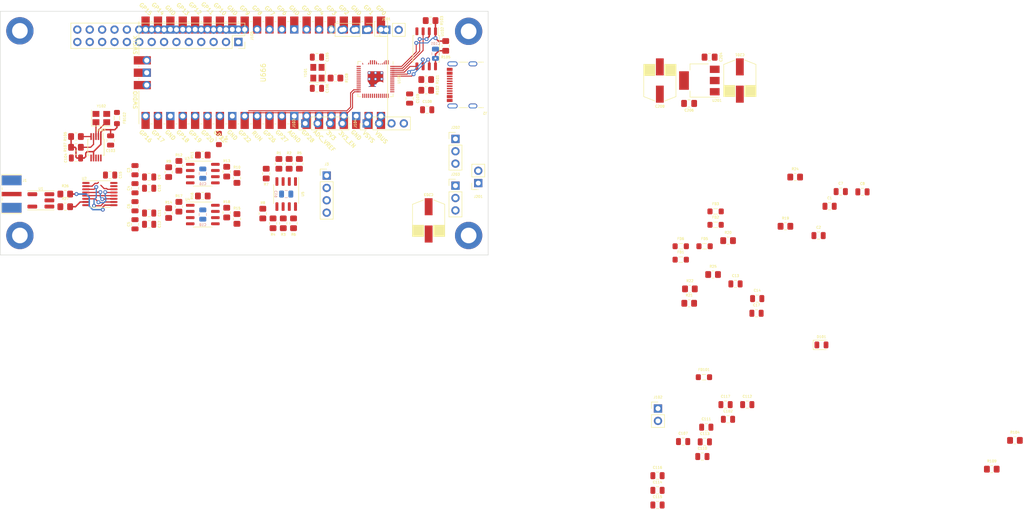
<source format=kicad_pcb>
(kicad_pcb (version 20211014) (generator pcbnew)
  (layers (0 "F.Cu" signal) (31 "B.Cu" signal) (36 "B.SilkS" user "B.Silkscreen") (37 "F.SilkS" user "F.Silkscreen") (38 "B.Mask" user) (39 "F.Mask" user) (44 "Edge.Cuts" user))
  (net 0 "")
  (net 1 "Net-(C1-Pad1)")
  (net 2 "/OUT_I")
  (net 3 "/QSD_BIAS")
  (net 4 "GND")
  (net 5 "/RAW_0")
  (net 6 "/RAW_90")
  (net 7 "/RAW_180")
  (net 8 "/RAW_270")
  (net 9 "Net-(C15-Pad1)")
  (net 10 "Net-(C9-Pad2)")
  (net 11 "Net-(C10-Pad2)")
  (net 12 "Net-(C11-Pad2)")
  (net 13 "Net-(C12-Pad2)")
  (net 14 "/OPAMP_BIAS")
  (net 15 "Net-(R25-Pad1)")
  (net 16 "Net-(U3-Pad8)")
  (net 17 "Net-(R6-Pad2)")
  (net 18 "/OUT_Q")
  (net 19 "Net-(U4-Pad8)")
  (net 20 "Net-(U5-Pad8)")
  (net 21 "VCC_3V3")
  (net 22 "Net-(U101-Pad26)")
  (net 23 "Net-(C104-Pad1)")
  (net 24 "Net-(U101-Pad20)")
  (net 25 "Net-(Y101-Pad1)")
  (net 26 "/control_board/RP2040_1V1")
  (net 27 "/control_board/RP2040_ANALOG_3V3")
  (net 28 "VCC_ANALOG")
  (net 29 "Net-(D101-Pad1)")
  (net 30 "Net-(U101-Pad37)")
  (net 31 "Net-(R20-Pad1)")
  (net 32 "Net-(J1-Pad1)")
  (net 33 "USB_5V")
  (net 34 "Net-(J2-PadA5)")
  (net 35 "/USB_D+")
  (net 36 "/USB_D-")
  (net 38 "Net-(J2-PadB5)")
  (net 40 "Net-(J101-Pad1)")
  (net 41 "Net-(U101-Pad24)")
  (net 42 "Net-(U101-Pad25)")
  (net 43 "/control_board/ADC_0")
  (net 44 "/control_board/ADC_1")
  (net 45 "/control_board/ADC_2")
  (net 46 "/control_board/ADC_3")
  (net 47 "/control_board/GPIO2")
  (net 48 "/control_board/GPIO3")
  (net 49 "/control_board/GPIO4")
  (net 50 "/control_board/GPIO5")
  (net 51 "/control_board/GPIO6")
  (net 52 "/control_board/GPIO7")
  (net 53 "/control_board/GPIO8")
  (net 54 "/control_board/GPIO9")
  (net 55 "/control_board/GPIO10")
  (net 56 "/control_board/GPIO11")
  (net 57 "/control_board/GPIO12")
  (net 58 "/control_board/GPIO13")
  (net 59 "/control_board/GPIO14")
  (net 60 "/control_board/GPIO15")
  (net 61 "/control_board/GPIO16")
  (net 62 "/control_board/GPIO17")
  (net 63 "/control_board/GPIO18")
  (net 64 "/control_board/GPIO19")
  (net 65 "/control_board/GPIO20")
  (net 66 "/control_board/GPIO21")
  (net 67 "/control_board/GPIO22")
  (net 68 "/control_board/GPIO23")
  (net 69 "/control_board/GPIO24")
  (net 70 "ANALOG_VCC")
  (net 71 "/control_board/UART0_TX")
  (net 72 "/control_board/UART0_RX")
  (net 73 "/power/ANALOG_AUX")
  (net 74 "/0")
  (net 75 "Net-(R1-Pad2)")
  (net 76 "/180")
  (net 77 "Net-(R2-Pad2)")
  (net 78 "/270")
  (net 79 "Net-(R3-Pad2)")
  (net 80 "/90")
  (net 81 "Net-(R4-Pad2)")
  (net 82 "Net-(R11-Pad1)")
  (net 83 "Net-(R11-Pad2)")
  (net 84 "Net-(R16-Pad1)")
  (net 85 "Net-(R16-Pad2)")
  (net 86 "Net-(R26-Pad1)")
  (net 87 "Net-(R26-Pad2)")
  (net 88 "Net-(R27-Pad1)")
  (net 89 "Net-(R27-Pad2)")
  (net 90 "Net-(R101-Pad1)")
  (net 91 "Net-(R102-Pad1)")
  (net 92 "QSD_CLK_S1")
  (net 93 "QSD_CLK_S0")
  (net 94 "/control_board/QSPI_SS")
  (net 95 "/control_board/QSPI_SD1")
  (net 96 "/control_board/QSPI_SD2")
  (net 97 "/control_board/QSPI_SD0")
  (net 98 "/control_board/QSPI_SCLK")
  (net 99 "/control_board/QSPI_SD3")
  (net 100 "Net-(U101-Pad21)")
  (net 101 "Net-(U103-Pad2)")
  (net 102 "Net-(U103-Pad3)")
  (net 103 "/control_board/CLK_2")
  (net 147 "Net-(C201-Pad1)")
  (footprint "Resistor_SMD:R_0805_2012Metric_Pad1.20x1.40mm_HandSolder" (layer "F.Cu") (at 116.3 30.1 90)
    (fp_text reference "R105")
    (fp_text value "DNP")
  )
  (footprint "Capacitor_SMD:C_0805_2012Metric" (layer "F.Cu") (at 55.5 64.4)
    (fp_text reference "C11")
    (fp_text value "1u")
  )
  (footprint "Resistor_SMD:R_0805_2012Metric_Pad1.20x1.40mm_HandSolder" (layer "F.Cu") (at 82.1 54.3 -90)
    (fp_text reference "R1")
    (fp_text value "2.2k")
  )
  (footprint "Capacitor_SMD:C_0805_2012Metric" (layer "F.Cu") (at 55.5 66.7)
    (fp_text reference "C12")
    (fp_text value "1u")
  )
  (footprint "Crystal:Crystal_SMD_3225-4Pin_3.2x2.5mm" (layer "F.Cu") (at 45.7 44.9)
    (fp_text reference "Y102")
    (fp_text value "MCSJK-7U-27.00-10-10-60-B-10")
  )
  (footprint "Inductor_SMD:L_0805_2012Metric_Pad1.05x1.20mm_HandSolder" (layer "F.Cu") (at 169.24 98.08)
    (fp_text reference "FB101")
    (fp_text value "1000")
  )
  (footprint "parts:865080443007" (layer "F.Cu") (at 160.2 37.2 -90)
    (fp_text reference "C208")
    (fp_text value "865080443007" hide)
  )
  (footprint "Diode_SMD:D_0805_2012Metric" (layer "F.Cu") (at 193.33 91.455)
    (fp_text reference "D101")
    (fp_text value "LED_RED")
  )
  (footprint "Resistor_SMD:R_0805_2012Metric_Pad1.20x1.40mm_HandSolder" (layer "F.Cu") (at 59.5 56 90)
    (fp_text reference "R9")
    (fp_text value "10k")
  )
  (footprint "Package_SO:SO-8_3.9x4.9mm_P1.27mm" (layer "F.Cu") (at 66.5 64.7)
    (fp_text reference "U4")
    (fp_text value "LM4562")
  )
  (footprint "Resistor_SMD:R_0805_2012Metric_Pad1.20x1.40mm_HandSolder" (layer "F.Cu") (at 73.5 65.6 -90)
    (fp_text reference "R15")
    (fp_text value "10k")
  )
  (footprint "Capacitor_SMD:C_0805_2012Metric" (layer "F.Cu") (at 164.97 111.29)
    (fp_text reference "C107")
    (fp_text value "100n")
  )
  (footprint "Resistor_SMD:R_0805_2012Metric_Pad1.20x1.40mm_HandSolder" (layer "F.Cu") (at 166.22 82.91)
    (fp_text reference "R21")
    (fp_text value "5.1k")
  )
  (footprint "Connector_PinHeader_2.54mm:PinHeader_1x04_P2.54mm_Vertical" (layer "F.Cu") (at 91.9 56.7)
    (fp_text reference "J3")
    (fp_text value "Conn_01x04")
  )
  (footprint "Capacitor_SMD:C_0805_2012Metric" (layer "F.Cu") (at 174.17 106.72)
    (fp_text reference "C102")
    (fp_text value "1n")
  )
  (footprint "Resistor_SMD:R_0805_2012Metric_Pad1.20x1.40mm_HandSolder" (layer "F.Cu") (at 66.5 60.9 180)
    (fp_text reference "R16")
    (fp_text value "150")
  )
  (footprint "Resistor_SMD:R_0805_2012Metric_Pad1.20x1.40mm_HandSolder" (layer "F.Cu") (at 61.6 63.1 90)
    (fp_text reference "R17")
    (fp_text value "2.2k")
  )
  (footprint "Capacitor_SMD:C_0805_2012Metric" (layer "F.Cu") (at 108.9 40.9 -90)
    (fp_text reference "C109")
    (fp_text value "1u")
  )
  (footprint "Capacitor_SMD:C_0805_2012Metric_Pad1.18x1.45mm_HandSolder" (layer "F.Cu") (at 170.4 32.4 180)
    (fp_text reference "C204")
    (fp_text value "100n")
  )
  (footprint "Resistor_SMD:R_0805_2012Metric_Pad1.20x1.40mm_HandSolder" (layer "F.Cu") (at 86.3 54.3 90)
    (fp_text reference "R5")
    (fp_text value "2.2k")
  )
  (footprint "Resistor_SMD:R_0805_2012Metric_Pad1.20x1.40mm_HandSolder" (layer "F.Cu") (at 71.4 55.9 90)
    (fp_text reference "R13")
    (fp_text value "2.2k")
  )
  (footprint "Capacitor_SMD:C_0805_2012Metric" (layer "F.Cu") (at 159.72 124.31)
    (fp_text reference "C115")
    (fp_text value "100n")
  )
  (footprint "Resistor_SMD:R_0805_2012Metric_Pad1.20x1.40mm_HandSolder" (layer "F.Cu") (at 78.8 64.5 90)
    (fp_text reference "R8")
    (fp_text value "2.2k")
  )
  (footprint "Capacitor_SMD:C_0805_2012Metric" (layer "F.Cu") (at 195 63)
    (fp_text reference "C1")
    (fp_text value "1u")
  )
  (footprint "Resistor_SMD:R_0805_2012Metric_Pad1.20x1.40mm_HandSolder" (layer "F.Cu") (at 228.25 116.95)
    (fp_text reference "R109")
    (fp_text value "1K")
  )
  (footprint "Package_SO:SOIC-8_5.23x5.23mm_P1.27mm" (layer "F.Cu") (at 112.3 30.7 -90)
    (fp_text reference "U102")
    (fp_text value "W25Q128JVS")
  )
  (footprint "Capacitor_SMD:C_0805_2012Metric" (layer "F.Cu") (at 47.6 49.5 -90)
    (fp_text reference "C103")
    (fp_text value "1u")
  )
  (footprint "Resistor_SMD:R_0805_2012Metric_Pad1.20x1.40mm_HandSolder" (layer "F.Cu") (at 38.3 60.5)
    (fp_text reference "R26")
    (fp_text value "82")
  )
  (footprint "Resistor_SMD:R_0805_2012Metric_Pad1.20x1.40mm_HandSolder" (layer "F.Cu") (at 166.36 79.96)
    (fp_text reference "R22")
    (fp_text value "5.1k")
  )
  (footprint "MCU_RaspberryPi_and_Boards:RP2040-QFN-56" (layer "F.Cu") (at 101.9 36.9 -90)
    (fp_text reference "U101")
    (fp_text value "RP2040")
  )
  (footprint "Inductor_SMD:L_0805_2012Metric_Pad1.05x1.20mm_HandSolder" (layer "F.Cu") (at 171.63 66.81)
    (fp_text reference "FB2")
    (fp_text value "1000")
  )
  (footprint "Capacitor_SMD:C_0805_2012Metric" (layer "F.Cu") (at 197.29 59.99)
    (fp_text reference "C7")
    (fp_text value "4.7u")
  )
  (footprint "Connector_PinHeader_2.54mm:PinHeader_1x04_P2.54mm_Vertical" (layer "F.Cu") (at 100.1 46 90)
    (fp_text reference "J104")
    (fp_text value "Conn_01x04")
  )
  (footprint "Capacitor_SMD:C_0805_2012Metric" (layer "F.Cu") (at 173.67 103.71)
    (fp_text reference "C117")
    (fp_text value "1u")
  )
  (footprint "Resistor_SMD:R_0805_2012Metric_Pad1.20x1.40mm_HandSolder" (layer "F.Cu") (at 187.94 57.01)
    (fp_text reference "R24")
    (fp_text value "2.2k")
  )
  (footprint "Resistor_SMD:R_0805_2012Metric_Pad1.20x1.40mm_HandSolder" (layer "F.Cu") (at 66.5 52.5 180)
    (fp_text reference "R11")
    (fp_text value "150")
  )
  (footprint "Resistor_SMD:R_0805_2012Metric_Pad1.20x1.40mm_HandSolder" (layer "F.Cu") (at 113.2 24.9)
    (fp_text reference "R103")
    (fp_text value "1K")
  )
  (footprint "parts:865080445010" (layer "F.Cu") (at 176.6 37.2 90)
    (fp_text reference "C201")
    (fp_text value "865080445010" hide)
  )
  (footprint "Connector_PinHeader_2.54mm:PinHeader_1x04_P2.54mm_Vertical" (layer "F.Cu") (at 87.5 46 90)
    (fp_text reference "J103")
    (fp_text value "Conn_01x04")
  )
  (footprint "Connector_PinHeader_2.54mm:PinHeader_1x03_P2.54mm_Vertical" (layer "F.Cu") (at 118.3 58.775)
    (fp_text reference "J203")
    (fp_text value "Conn_01x03")
  )
  (footprint "MCU_RaspberryPi_and_Boards:RPi_Pico_SMD_TH" (layer "F.Cu") (at 78.9 35.6 -90)
    (fp_text reference "U666")
    (fp_text value "Pico")
  )
  (footprint "Capacitor_SMD:C_0805_2012Metric" (layer "F.Cu") (at 55.5 57)
    (fp_text reference "C9")
    (fp_text value "1u")
  )
  (footprint "Connector_PinSocket_2.54mm:PinSocket_2x14_P2.54mm_Vertical" (layer "F.Cu") (at 73.8 29.29 -90)
    (fp_text reference "J105")
    (fp_text value "Conn_02x14_Odd_Even")
  )
  (footprint "Resistor_SMD:R_0805_2012Metric_Pad1.20x1.40mm_HandSolder" (layer "F.Cu") (at 85.1 66.5 90)
    (fp_text reference "R6")
    (fp_text value "2.2k")
  )
  (footprint "Connector_USB:USB_C_Receptacle_GCT_USB4105-xx-A_16P_TopMnt_Horizontal" (layer "F.Cu") (at 120.8 38.1 90)
    (fp_text reference "J2")
    (fp_text value "USB_C_Receptacle_USB2.0")
  )
  (footprint "Resistor_SMD:R_0805_2012Metric_Pad1.20x1.40mm_HandSolder" (layer "F.Cu") (at 171.11 77.01)
    (fp_text reference "R25")
    (fp_text value "2.2k")
  )
  (footprint "Capacitor_SMD:C_0805_2012Metric" (layer "F.Cu") (at 52.6 55.6 90)
    (fp_text reference "C3")
    (fp_text value "100n")
  )
  (footprint "Capacitor_SMD:C_0805_2012Metric" (layer "F.Cu") (at 178.12 103.71)
    (fp_text reference "C112")
    (fp_text value "100n")
  )
  (footprint "Resistor_SMD:R_0805_2012Metric_Pad1.20x1.40mm_HandSolder" (layer "F.Cu") (at 61.6 54.7 90)
    (fp_text reference "R12")
    (fp_text value "2.2k")
  )
  (footprint "Capacitor_SMD:C_0805_2012Metric" (layer "F.Cu") (at 89.9 38.8 180)
    (fp_text reference "C106")
    (fp_text value "27p")
  )
  (footprint "Capacitor_SMD:C_0805_2012Metric" (layer "F.Cu") (at 52.6 63 -90)
    (fp_text reference "C6")
    (fp_text value "100n")
  )
  (footprint "Connector_PinHeader_2.54mm:PinHeader_1x03_P2.54mm_Vertical" (layer "F.Cu") (at 100.025 26.8 -90)
    (fp_text reference "J106")
    (fp_text value "Conn_01x03")
  )
  (footprint "Connector_PinSocket_2.54mm:PinSocket_1x02_P2.54mm_Vertical" (layer "F.Cu") (at 122.975 58.25 180)
    (fp_text reference "J201")
    (fp_text value "Conn_01x02")
  )
  (footprint "MountingHole:MountingHole_3.2mm_M3_DIN965_Pad_TopBottom" (layer "F.Cu") (at 121 27.1)
    (fp_text reference "H2" hide)
    (fp_text value "M3" hide)
  )
  (footprint "Capacitor_SMD:C_0805_2012Metric" (layer "F.Cu") (at 159.72 121.3)
    (fp_text reference "C114")
    (fp_text value "100n")
  )
  (footprint "Inductor_SMD:L_0805_2012Metric_Pad1.05x1.20mm_HandSolder" (layer "F.Cu") (at 169.37 71.21)
    (fp_text reference "FB5")
    (fp_text value "1000")
  )
  (footprint "MountingHole:MountingHole_3.2mm_M3_DIN965_Pad_TopBottom" (layer "F.Cu") (at 29 27)
    (fp_text reference "H4" hide)
    (fp_text value "M3" hide)
  )
  (footprint "Capacitor_SMD:C_0805_2012Metric" (layer "F.Cu") (at 52.6 66.7 -90)
    (fp_text reference "C5")
    (fp_text value "100n")
  )
  (footprint "Resistor_SMD:R_0805_2012Metric_Pad1.20x1.40mm_HandSolder" (layer "F.Cu") (at 112.3 37)
    (fp_text reference "R101")
    (fp_text value "27.4")
  )
  (footprint "MountingHole:MountingHole_3.2mm_M3_DIN965_Pad_TopBottom" (layer "F.Cu") (at 29 69)
    (fp_text reference "H1" hide)
    (fp_text value "M3" hide)
  )
  (footprint "Capacitor_SMD:C_0805_2012Metric" (layer "F.Cu") (at 40.5 53.1 180)
    (fp_text reference "C104")
    (fp_text value "1u")
  )
  (footprint "Capacitor_SMD:C_0805_2012Metric" (layer "F.Cu") (at 201.74 60.05)
    (fp_text reference "C8")
    (fp_text value "100n")
  )
  (footprint "Connector_PinHeader_2.54mm:PinHeader_1x02_P2.54mm_Vertical" (layer "F.Cu") (at 159.82 104.51)
    (fp_text reference "J102")
    (fp_text value "Conn_01x02")
  )
  (footprint "Package_SO:MSOP-10_3x3mm_P0.5mm" (layer "F.Cu") (at 44.6 50.9 -90)
    (fp_text reference "U103")
    (fp_text value "MS5351M")
  )
  (footprint "Capacitor_SMD:C_0805_2012Metric" (layer "F.Cu") (at 180.02 84.96)
    (fp_text reference "C17")
    (fp_text value "1u")
  )
  (footprint "Package_SO:TSSOP-16_4.4x5mm_P0.65mm" (layer "F.Cu") (at 45.4 60.5)
    (fp_text reference "U2")
    (fp_text value "SN74CBTLV3253PW")
  )
  (footprint "Inductor_SMD:L_0805_2012Metric_Pad1.05x1.20mm_HandSolder" (layer "F.Cu") (at 164.48 73.96)
    (fp_text reference "FB1")
    (fp_text value "1000")
  )
  (footprint "Connector_PinHeader_2.54mm:PinHeader_1x02_P2.54mm_Vertical" (layer "F.Cu") (at 104.125 26.8 90)
    (fp_text reference "J101")
    (fp_text value "Conn_01x02")
  )
  (footprint "Capacitor_SMD:C_0805_2012Metric" (layer "F.Cu") (at 159.72 118.29)
    (fp_text reference "C116")
    (fp_text value "100n")
  )
  (footprint "Inductor_SMD:L_0805_2012Metric_Pad1.05x1.20mm_HandSolder" (layer "F.Cu") (at 69.8 49.2 -90)
    (fp_text reference "FB4")
    (fp_text value "1000")
  )
  (footprint "Package_TO_SOT_SMD:SOT-223-3_TabPin2" (layer "F.Cu") (at 168.3 37.2 180)
    (fp_text reference "U201")
    (fp_text value "AP1117-33")
  )
  (footprint "Resistor_SMD:R_0805_2012Metric_Pad1.20x1.40mm_HandSolder" (layer "F.Cu") (at 112.3 39.2)
    (fp_text reference "R102")
    (fp_text value "27.4")
  )
  (footprint "Capacitor_SMD:C_0805_2012Metric" (layer "F.Cu") (at 175.71 78.94)
    (fp_text reference "C13")
    (fp_text value "1u")
  )
  (footprint "parts:865080445010" (layer "F.Cu") (at 112.8 65.9 90)
    (fp_text reference "C203")
    (fp_text value "865080445010" hide)
  )
  (footprint "Connector_PinHeader_2.54mm:PinHeader_1x03_P2.54mm_Vertical" (layer "F.Cu") (at 118.3 49.175)
    (fp_text reference "J202")
    (fp_text value "Conn_01x03")
  )
  (footprint "Inductor_SMD:L_0805_2012Metric_Pad1.05x1.20mm_HandSolder" (layer "F.Cu") (at 164.48 71.21)
    (fp_text reference "FB6")
    (fp_text value "1000")
  )
  (footprint "Capacitor_SMD:C_0805_2012Metric" (layer "F.Cu") (at 192.74 69.02)
    (fp_text reference "C2")
    (fp_text value "4.7u")
  )
  (footprint "parts:CX2047LNL" (layer "F.Cu") (at 33.3 61.8 90)
    (fp_text reference "U1")
    (fp_text value "CX2047LNL" hide)
  )
  (footprint "Capacitor_SMD:C_0805_2012Metric" (layer "F.Cu") (at 52.6 59.3 90)
    (fp_text reference "C4")
    (fp_text value "100n")
  )
  (footprint "Resistor_SMD:R_0805_2012Metric_Pad1.20x1.40mm_HandSolder" (layer "F.Cu") (at 93.7 36.7)
    (fp_text reference "R108")
    (fp_text value "1K")
  )
  (footprint "Inductor_SMD:L_0805_2012Metric_Pad1.05x1.20mm_HandSolder" (layer "F.Cu") (at 48.9 44.9 -90)
    (fp_text reference "FB102")
    (fp_text value "1000")
  )
  (footprint "Package_SO:SO-8_3.9x4.9mm_P1.27mm" (layer "F.Cu") (at 83.6 60.5 -90)
    (fp_text reference "U5")
    (fp_text value "LM4562")
  )
  (footprint "Capacitor_SMD:C_0805_2012Metric" (layer "F.Cu") (at 89.9 32.4 180)
    (fp_text reference "C105")
    (fp_text value "27p")
  )
  (footprint "Resistor_SMD:R_0805_2012Metric_Pad1.20x1.40mm_HandSolder" (layer "F.Cu") (at 40.5 50.9)
    (fp_text reference "R107")
    (fp_text value "2.2k")
  )
  (footprint "Capacitor_SMD:C_0805_2012Metric" (layer "F.Cu") (at 180.16 81.95)
    (fp_text reference "C14")
    (fp_text value "4.7u")
  )
  (footprint "Resistor_SMD:R_0805_2012Metric_Pad1.20x1.40mm_HandSolder" (layer "F.Cu") (at 73.5 57.2 -90)
    (fp_text reference "R10")
    (fp_text value "10k")
  )
  (footprint "Crystal:Crystal_SMD_3225-4Pin_3.2x2.5mm" (layer "F.Cu") (at 90 35.6 90)
    (fp_text reference "Y101")
    (fp_text value "403C35D12M00000")
  )
  (footprint "Capacitor_SMD:C_0805_2012Metric_Pad1.18x1.45mm_HandSolder" (layer "F.Cu") (at 166.2 41.9)
    (fp_text reference "C206")
    (fp_text value "100n")
  )
  (footprint "Resistor_SMD:R_0805_2012Metric_Pad1.20x1.40mm_HandSolder" (layer "F.Cu") (at 185.95 67.11)
    (fp_text reference "R19")
    (fp_text value "2.2k")
  )
  (footprint "Resistor_SMD:R_0805_2012Metric_Pad1.20x1.40mm_HandSolder" (layer "F.Cu") (at 38.3 63.1)
    (fp_text reference "R27")
    (fp_text value "82")
  )
  (footprint "Resistor_SMD:R_0805_2012Metric_Pad1.20x1.40mm_HandSolder" (layer "F.Cu") (at 71.4 64.3 90)
    (fp_text reference "R18")
    (fp_text value "2.2k")
  )
  (footprint "Package_SO:SO-8_3.9x4.9mm_P1.27mm" (layer "F.Cu") (at 66.5 56.3)
    (fp_text reference "U3")
    (fp_text value "LM4562")
  )
  (footprint "Resistor_SMD:R_0805_2012Metric_Pad1.20x1.40mm_HandSolder" (layer "F.Cu") (at 80.9 66.5 90)
    (fp_text reference "R4")
    (fp_text value "2.2k")
  )
  (footprint "Resistor_SMD:R_0805_2012Metric_Pad1.20x1.40mm_HandSolder" (layer "F.Cu") (at 59.5 64.4 90)
    (fp_text reference "R14")
    (fp_text value "10k")
  )
  (footprint "MountingHole:MountingHole_3.2mm_M3_DIN965_Pad_TopBottom" (layer "F.Cu") (at 121 69)
    (fp_text reference "H3" hide)
    (fp_text value "M3" hide)
  )
  (footprint "Resistor_SMD:R_0805_2012Metric_Pad1.20x1.40mm_HandSolder" (layer "F.Cu") (at 40.5 48.7)
    (fp_text reference "R106")
    (fp_text value "2.2k")
  )
  (footprint "Capacitor_SMD:C_0805_2012Metric" (layer "F.Cu") (at 47.5 56.6 180)
    (fp_text reference "C15")
    (fp_text value "100n")
  )
  (footprint "Capacitor_SMD:C_0805_2012Metric" (layer "F.Cu") (at 169.72 108.34)
    (fp_text reference "C111")
    (fp_text value "100n")
  )
  (footprint "Resistor_SMD:R_0805_2012Metric_Pad1.20x1.40mm_HandSolder" (layer "F.Cu") (at 79.5 56.3 -90)
    (fp_text reference "R7")
    (fp_text value "2.2k")
  )
  (footprint "Resistor_SMD:R_0805_2012Metric_Pad1.20x1.40mm_HandSolder" (layer "F.Cu") (at 84.2 54.3 -90)
    (fp_text reference "R2")
    (fp_text value "2.2k")
  )
  (footprint "Capacitor_SMD:C_0805_2012Metric" (layer "F.Cu") (at 169.42 111.35)
    (fp_text reference "C113")
    (fp_text value "100n")
  )
  (footprint "Resistor_SMD:R_0805_2012Metric_Pad1.20x1.40mm_HandSolder" (layer "F.Cu") (at 83 66.5 90)
    (fp_text reference "R3")
    (fp_text value "2.2k")
  )
  (footprint "parts:60312202114508" (layer "F.Cu") (at 25.245 60.5 -90)
    (fp_text reference "J1")
    (fp_text value "Conn_Coaxial" hide)
  )
  (footprint "Resistor_SMD:R_0805_2012Metric_Pad1.20x1.40mm_HandSolder" (layer "F.Cu") (at 174.19 70.06)
    (fp_text reference "R20")
    (fp_text value "2.2k")
  )
  (footprint "Inductor_SMD:L_0805_2012Metric_Pad1.05x1.20mm_HandSolder" (layer "F.Cu") (at 171.63 64.06)
    (fp_text reference "FB3")
    (fp_text value "1000")
  )
  (footprint "Resistor_SMD:R_0805_2012Metric_Pad1.20x1.40mm_HandSolder" (layer "F.Cu") (at 233 111.05)
    (fp_text reference "R104")
    (fp_text value "10k")
  )
  (footprint "Capacitor_SMD:C_0805_2012Metric" (layer "F.Cu") (at 55.5 59.3)
    (fp_text reference "C10")
    (fp_text value "1u")
  )
  (footprint "Capacitor_SMD:C_0805_2012Metric" (layer "F.Cu") (at 168.92 114.36)
    (fp_text reference "C110")
    (fp_text value "1u")
  )
  (footprint "Capacitor_SMD:C_0805_2012Metric" (layer "F.Cu") (at 112.5 43.2)
    (fp_text reference "C108")
    (fp_text value "100n")
  )
  (footprint "Capacitor_SMD:C_0805_2012Metric" (layer "B.Cu") (at 66.5 64.7 -90)
    (fp_text reference "C18")
    (fp_text value "1u")
  )
  (footprint "Capacitor_SMD:C_0805_2012Metric" (layer "B.Cu") (at 114.2 31.7 90)
    (fp_text reference "C101")
    (fp_text value "100n")
  )
  (footprint "Capacitor_SMD:C_0805_2012Metric" (layer "B.Cu") (at 66.5 56.3 -90)
    (fp_text reference "C16")
    (fp_text value "1u")
  )
  (footprint "Capacitor_SMD:C_0805_2012Metric" (layer "B.Cu") (at 83.6 60.5 180)
    (fp_text reference "C19")
    (fp_text value "1u")
  )
  (gr_line (start 125 73) (end 25 73) (layer "Edge.Cuts") (width 0.1))
  (gr_line (start 25 73) (end 25 23) (layer "Edge.Cuts") (width 0.1))
  (gr_line (start 25 23) (end 125 23) (layer "Edge.Cuts") (width 0.1))
  (gr_line (start 125 23) (end 125 73) (layer "Edge.Cuts") (width 0.1))
  (segment (start 46.5745 60.175) (end 46.5 60.1005) (width 0.25) (layer "F.Cu") (net 5))
  (segment (start 42.5375 61.475) (end 44.421984 61.475) (width 0.25) (layer "F.Cu") (net 5))
  (segment (start 44.421984 61.475) (end 45.114345 62.167361) (width 0.25) (layer "F.Cu") (net 5))
  (segment (start 48.2625 60.175) (end 46.5745 60.175) (width 0.25) (layer "F.Cu") (net 5))
  (via (at 46.5 60.1005) (size 0.8) (drill 0.4) (layers "F.Cu" "B.Cu") (net 5))
  (via (at 45.114345 62.167361) (size 0.8) (drill 0.4) (layers "F.Cu" "B.Cu") (net 5))
  (segment (start 45.221484 62.2745) (end 46.200305 62.2745) (width 0.25) (layer "B.Cu") (net 5))
  (segment (start 46.625 61.849805) (end 46.625 61.249195) (width 0.25) (layer "B.Cu") (net 5))
  (segment (start 45.114345 62.167361) (end 45.221484 62.2745) (width 0.25) (layer "B.Cu") (net 5))
  (segment (start 46.5 61.124195) (end 46.5 60.1005) (width 0.25) (layer "B.Cu") (net 5))
  (segment (start 46.200305 62.2745) (end 46.625 61.849805) (width 0.25) (layer "B.Cu") (net 5))
  (segment (start 46.625 61.249195) (end 46.5 61.124195) (width 0.25) (layer "B.Cu") (net 5))
  (segment (start 42.5375 60.825) (end 48.2625 60.825) (width 0.25) (layer "F.Cu") (net 6))
  (segment (start 45.6 62.9) (end 44.2 62.9) (width 0.25) (layer "F.Cu") (net 7))
  (segment (start 42.5375 59.525) (end 44.199598 59.525) (width 0.25) (layer "F.Cu") (net 7))
  (segment (start 46.375 62.125) (end 46.1 62.4) (width 0.25) (layer "F.Cu") (net 7))
  (segment (start 46.1 62.4) (end 45.6 62.9) (width 0.25) (layer "F.Cu") (net 7))
  (segment (start 44.199598 59.525) (end 44.661977 59.062621) (width 0.25) (layer "F.Cu") (net 7))
  (segment (start 48.2625 62.125) (end 46.375 62.125) (width 0.25) (layer "F.Cu") (net 7))
  (via (at 44.661977 59.062621) (size 0.8) (drill 0.4) (layers "F.Cu" "B.Cu") (net 7))
  (via (at 44.2 62.9) (size 0.8) (drill 0.4) (layers "F.Cu" "B.Cu") (net 7))
  (segment (start 44.2 62.9) (end 44.2 61.7) (width 0.25) (layer "B.Cu") (net 7))
  (segment (start 44.2 61.7) (end 44.661977 61.238023) (width 0.25) (layer "B.Cu") (net 7))
  (segment (start 44.661977 61.238023) (end 44.661977 59.062621) (width 0.25) (layer "B.Cu") (net 7))
  (segment (start 46.4505 61.5495) (end 45.9 61.5495) (width 0.25) (layer "F.Cu") (net 8))
  (segment (start 45.4995 60.1) (end 45.5 60.1005) (width 0.25) (layer "F.Cu") (net 8))
  (segment (start 44.825 60.175) (end 44.9 60.1) (width 0.25) (layer "F.Cu") (net 8))
  (segment (start 42.5375 60.175) (end 44.825 60.175) (width 0.25) (layer "F.Cu") (net 8))
  (segment (start 46.525 61.475) (end 46.4505 61.5495) (width 0.25) (layer "F.Cu") (net 8))
  (segment (start 48.2625 61.475) (end 46.525 61.475) (width 0.25) (layer "F.Cu") (net 8))
  (segment (start 45.9 61.5495) (end 45.9495 61.5) (width 0.25) (layer "F.Cu") (net 8))
  (segment (start 44.9 60.1) (end 45.4995 60.1) (width 0.25) (layer "F.Cu") (net 8))
  (via (at 45.5 60.1005) (size 0.8) (drill 0.4) (layers "F.Cu" "B.Cu") (net 8))
  (via (at 45.9 61.5495) (size 0.8) (drill 0.4) (layers "F.Cu" "B.Cu") (net 8))
  (segment (start 45.5 60.1005) (end 45.5 61.1495) (width 0.25) (layer "B.Cu") (net 8))
  (segment (start 45.5 61.1495) (end 45.9 61.5495) (width 0.25) (layer "B.Cu") (net 8))
  (segment (start 114.2 31.8) (end 114.2 32.65) (width 0.3) (layer "F.Cu") (net 21))
  (segment (start 114.205 32.655) (end 114.2 32.65) (width 0.3) (layer "F.Cu") (net 21))
  (segment (start 114.205 34.3) (end 114.205 32.655) (width 0.3) (layer "F.Cu") (net 21))
  (segment (start 116.3 31.1) (end 114.9 31.1) (width 0.3) (layer "F.Cu") (net 21))
  (segment (start 114.9 31.1) (end 114.2 31.8) (width 0.3) (layer "F.Cu") (net 21))
  (via (at 114.2 32.65) (size 0.8) (drill 0.4) (layers "F.Cu" "B.Cu") (net 21))
  (segment (start 44.1 51.8) (end 45.6 50.3) (width 0.3) (layer "F.Cu") (net 23))
  (segment (start 40.5 52.9) (end 40.5 51.1) (width 0.3) (layer "F.Cu") (net 23))
  (segment (start 42.5 52.1) (end 42.5 52.8) (width 0.3) (layer "F.Cu") (net 23))
  (segment (start 42.8 51.8) (end 42.5 52.1) (width 0.3) (layer "F.Cu") (net 23))
  (segment (start 47.6 47.3) (end 48.45 47.3) (width 0.3) (layer "F.Cu") (net 23))
  (segment (start 44.1 51.8) (end 42.8 51.8) (width 0.3) (layer "F.Cu") (net 23))
  (segment (start 40.5 51.1) (end 40.3 50.9) (width 0.3) (layer "F.Cu") (net 23))
  (segment (start 48.9 46.85) (end 48.9 46.05) (width 0.3) (layer "F.Cu") (net 23))
  (segment (start 44.1 53.1) (end 44.1 51.8) (width 0.3) (layer "F.Cu") (net 23))
  (segment (start 48.45 47.3) (end 48.9 46.85) (width 0.3) (layer "F.Cu") (net 23))
  (segment (start 39.5 48.7) (end 39.5 50.9) (width 0.3) (layer "F.Cu") (net 23))
  (segment (start 46.1 47.3) (end 47.6 47.3) (width 0.3) (layer "F.Cu") (net 23))
  (segment (start 45.6 50.3) (end 45.6 48.7) (width 0.3) (layer "F.Cu") (net 23))
  (segment (start 42.2 53.1) (end 41.45 53.1) (width 0.3) (layer "F.Cu") (net 23))
  (segment (start 40.7 53.1) (end 40.5 52.9) (width 0.3) (layer "F.Cu") (net 23))
  (segment (start 45.6 47.8) (end 46.1 47.3) (width 0.3) (layer "F.Cu") (net 23))
  (segment (start 40.3 50.9) (end 39.5 50.9) (width 0.3) (layer "F.Cu") (net 23))
  (segment (start 41.45 53.1) (end 40.7 53.1) (width 0.3) (layer "F.Cu") (net 23))
  (segment (start 42.5 52.8) (end 42.2 53.1) (width 0.3) (layer "F.Cu") (net 23))
  (segment (start 47.6 48.55) (end 47.6 47.3) (width 0.3) (layer "F.Cu") (net 23))
  (segment (start 45.6 48.7) (end 45.6 47.8) (width 0.3) (layer "F.Cu") (net 23))
  (segment (start 43.6 48.7) (end 41.5 48.7) (width 0.25) (layer "F.Cu") (net 49))
  (segment (start 43.5 50.9) (end 41.5 50.9) (width 0.25) (layer "F.Cu") (net 50))
  (segment (start 44.1 48.7) (end 44.1 50.3) (width 0.25) (layer "F.Cu") (net 50))
  (segment (start 44.1 50.3) (end 43.5 50.9) (width 0.25) (layer "F.Cu") (net 50))
  (segment (start 98.4625 39.1) (end 97.434314 39.1) (width 0.2) (layer "F.Cu") (net 61))
  (segment (start 96.8 42.634314) (end 96.034314 43.4) (width 0.2) (layer "F.Cu") (net 61))
  (segment (start 96.034314 43.4) (end 75.9 43.4) (width 0.2) (layer "F.Cu") (net 61))
  (segment (start 97.434314 39.1) (end 96.8 39.734314) (width 0.2) (layer "F.Cu") (net 61))
  (segment (start 96.8 39.734314) (end 96.8 42.634314) (width 0.2) (layer "F.Cu") (net 61))
  (segment (start 97.6 39.5) (end 97.2 39.9) (width 0.2) (layer "F.Cu") (net 62))
  (segment (start 97.2 39.9) (end 97.2 42.8) (width 0.2) (layer "F.Cu") (net 62))
  (segment (start 96.2 43.8) (end 75.3 43.8) (width 0.2) (layer "F.Cu") (net 62))
  (segment (start 98.4625 39.5) (end 97.6 39.5) (width 0.2) (layer "F.Cu") (net 62))
  (segment (start 97.2 42.8) (end 96.2 43.8) (width 0.2) (layer "F.Cu") (net 62))
  (segment (start 46 63.7) (end 46 63.171752) (width 0.3) (layer "F.Cu") (net 87))
  (segment (start 46 63.171752) (end 46.396752 62.775) (width 0.3) (layer "F.Cu") (net 87))
  (segment (start 39.3 60.5) (end 40.6 60.5) (width 0.3) (layer "F.Cu") (net 87))
  (segment (start 46.396752 62.775) (end 48.2625 62.775) (width 0.3) (layer "F.Cu") (net 87))
  (via (at 40.6 60.5) (size 0.8) (drill 0.4) (layers "F.Cu" "B.Cu") (net 87))
  (via (at 46 63.7) (size 0.8) (drill 0.4) (layers "F.Cu" "B.Cu") (net 87))
  (segment (start 40.6 60.5) (end 42.6 60.5) (width 0.3) (layer "B.Cu") (net 87))
  (segment (start 43.225 62.985661) (end 43.939339 63.7) (width 0.3) (layer "B.Cu") (net 87))
  (segment (start 43.939339 63.7) (end 46 63.7) (width 0.3) (layer "B.Cu") (net 87))
  (segment (start 42.6 60.5) (end 43.225 61.125) (width 0.3) (layer "B.Cu") (net 87))
  (segment (start 43.225 61.125) (end 43.225 62.985661) (width 0.3) (layer "B.Cu") (net 87))
  (segment (start 41.375 62.125) (end 40.4 63.1) (width 0.3) (layer "F.Cu") (net 89))
  (segment (start 42.5375 62.125) (end 41.375 62.125) (width 0.3) (layer "F.Cu") (net 89))
  (segment (start 40.4 63.1) (end 39.3 63.1) (width 0.3) (layer "F.Cu") (net 89))
  (segment (start 43.825 58.875) (end 42.5375 58.875) (width 0.25) (layer "F.Cu") (net 92))
  (segment (start 44.4 58.3) (end 43.825 58.875) (width 0.25) (layer "F.Cu") (net 92))
  (segment (start 45.1 58.1) (end 44.9 58.3) (width 0.25) (layer "F.Cu") (net 92))
  (segment (start 44.9 58.3) (end 44.4 58.3) (width 0.25) (layer "F.Cu") (net 92))
  (segment (start 46.2755 59.3755) (end 46.800305 59.3755) (width 0.25) (layer "F.Cu") (net 93))
  (segment (start 45.6 58.7) (end 46.2755 59.3755) (width 0.25) (layer "F.Cu") (net 93))
  (segment (start 46.949805 59.525) (end 48.2625 59.525) (width 0.25) (layer "F.Cu") (net 93))
  (segment (start 46.800305 59.3755) (end 46.949805 59.525) (width 0.25) (layer "F.Cu") (net 93))
  (segment (start 114.2 27.105) (end 114.205 27.1) (width 0.2) (layer "F.Cu") (net 94))
  (segment (start 107.268628 34.3) (end 109.934314 31.634314) (width 0.2) (layer "F.Cu") (net 94))
  (segment (start 114.2 27.095) (end 114.205 27.1) (width 0.3) (layer "F.Cu") (net 94))
  (segment (start 109.934314 31.634314) (end 110.266 31.302628) (width 0.2) (layer "F.Cu") (net 94))
  (segment (start 114.8 29.1) (end 114.2 28.5) (width 0.3) (layer "F.Cu") (net 94))
  (segment (start 114.205 27.1) (end 114.205 28.495) (width 0.3) (layer "F.Cu") (net 94))
  (segment (start 110.266 31.302628) (end 110.266 29.48048) (width 0.2) (layer "F.Cu") (net 94))
  (segment (start 116.3 29.1) (end 114.8 29.1) (width 0.3) (layer "F.Cu") (net 94))
  (segment (start 114.205 28.495) (end 114.2 28.5) (width 0.3) (layer "F.Cu") (net 94))
  (segment (start 114.2 24.9) (end 114.2 27.095) (width 0.3) (layer "F.Cu") (net 94))
  (segment (start 114.205 24.905) (end 114.2 24.9) (width 0.3) (layer "F.Cu") (net 94))
  (segment (start 105.3375 34.3) (end 107.268628 34.3) (width 0.2) (layer "F.Cu") (net 94))
  (via (at 110.266 29.48048) (size 0.8) (drill 0.4) (layers "F.Cu" "B.Cu") (net 94))
  (via (at 114.2 28.5) (size 0.8) (drill 0.4) (layers "F.Cu" "B.Cu") (net 94))
  (segment (start 110.266 29.48048) (end 112.61952 29.48048) (width 0.2) (layer "B.Cu") (net 94))
  (segment (start 112.61952 29.48048) (end 113.6 28.5) (width 0.2) (layer "B.Cu") (net 94))
  (segment (start 113.6 28.5) (end 114.2 28.5) (width 0.2) (layer "B.Cu") (net 94))
  (segment (start 110.9655 31.168814) (end 110.9655 28.7) (width 0.2) (layer "F.Cu") (net 95))
  (segment (start 109.517157 32.617157) (end 110.767157 31.367157) (width 0.2) (layer "F.Cu") (net 95))
  (segment (start 107.434314 34.7) (end 109.517157 32.617157) (width 0.2) (layer "F.Cu") (net 95))
  (segment (start 112.935 28.1295) (end 112.935 27.1) (width 0.3) (layer "F.Cu") (net 95))
  (segment (start 105.3375 34.7) (end 107.434314 34.7) (width 0.2) (layer "F.Cu") (net 95))
  (segment (start 112.3645 28.7) (end 112.935 28.1295) (width 0.3) (layer "F.Cu") (net 95))
  (segment (start 110.767157 31.367157) (end 110.9655 31.168814) (width 0.2) (layer "F.Cu") (net 95))
  (via (at 112.3645 28.7) (size 0.8) (drill 0.4) (layers "F.Cu" "B.Cu") (net 95))
  (via (at 110.9655 28.7) (size 0.8) (drill 0.4) (layers "F.Cu" "B.Cu") (net 95))
  (segment (start 110.9655 28.7) (end 112.3645 28.7) (width 0.2) (layer "B.Cu") (net 95))
  (segment (start 107.6 35.1) (end 111.665 31.035) (width 0.2) (layer "F.Cu") (net 96))
  (segment (start 105.3375 35.1) (end 107.6 35.1) (width 0.2) (layer "F.Cu") (net 96))
  (segment (start 111.665 31.035) (end 111.665 27.1) (width 0.2) (layer "F.Cu") (net 96))
  (segment (start 107.8 35.5) (end 109 34.3) (width 0.2) (layer "F.Cu") (net 97))
  (segment (start 105.3375 35.5) (end 107.8 35.5) (width 0.2) (layer "F.Cu") (net 97))
  (segment (start 109 34.3) (end 110.395 34.3) (width 0.2) (layer "F.Cu") (net 97))
  (segment (start 111.665 34.3) (end 111.665 32.965) (width 0.2) (layer "F.Cu") (net 98))
  (segment (start 105.3375 35.9) (end 108.4 35.9) (width 0.2) (layer "F.Cu") (net 98))
  (segment (start 111.665 32.965) (end 111.6 32.9) (width 0.2) (layer "F.Cu") (net 98))
  (segment (start 108.4 35.9) (end 108.8 35.5) (width 0.2) (layer "F.Cu") (net 98))
  (via (at 108.8 35.5) (size 0.8) (drill 0.4) (layers "F.Cu" "B.Cu") (net 98))
  (via (at 111.6 32.9) (size 0.8) (drill 0.4) (layers "F.Cu" "B.Cu") (net 98))
  (segment (start 109.8 35.1) (end 111.6 33.3) (width 0.2) (layer "B.Cu") (net 98))
  (segment (start 109.2 35.1) (end 109.8 35.1) (width 0.2) (layer "B.Cu") (net 98))
  (segment (start 111.6 33.3) (end 111.6 32.9) (width 0.2) (layer "B.Cu") (net 98))
  (segment (start 108.8 35.5) (end 109.2 35.1) (width 0.2) (layer "B.Cu") (net 98))
  (segment (start 105.3375 36.3) (end 109.319294 36.3) (width 0.2) (layer "F.Cu") (net 99))
  (segment (start 109.319294 36.3) (end 109.713357 35.905937) (width 0.2) (layer "F.Cu") (net 99))
  (segment (start 112.935 33.135) (end 112.7 32.9) (width 0.2) (layer "F.Cu") (net 99))
  (segment (start 112.935 34.3) (end 112.935 33.135) (width 0.2) (layer "F.Cu") (net 99))
  (via (at 112.7 32.9) (size 0.8) (drill 0.4) (layers "F.Cu" "B.Cu") (net 99))
  (via (at 109.713357 35.905937) (size 0.8) (drill 0.4) (layers "F.Cu" "B.Cu") (net 99))
  (segment (start 109.713357 35.886643) (end 112.7 32.9) (width 0.2) (layer "B.Cu") (net 99))
  (segment (start 109.713357 35.905937) (end 109.713357 35.886643) (width 0.2) (layer "B.Cu") (net 99))
  (segment (start 45.1 47.35) (end 46.8 45.65) (width 0.25) (layer "F.Cu") (net 101))
  (segment (start 45.1 48.7) (end 45.1 47.35) (width 0.25) (layer "F.Cu") (net 101))
  (segment (start 44.6 48.7) (end 44.6 45.75) (width 0.25) (layer "F.Cu") (net 102))
)
</source>
